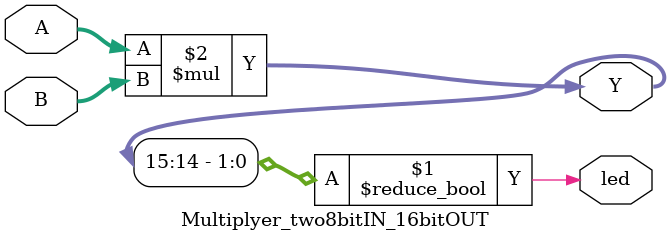
<source format=v>
`timescale 1ns / 1ps



module Multiplyer_two8bitIN_16bitOUT(

   input [7:0] A, B,
   output led,
   output [15:0] Y
);


assign led = Y[15:14] != 2'b0;

assign Y = A * B;

endmodule
</source>
